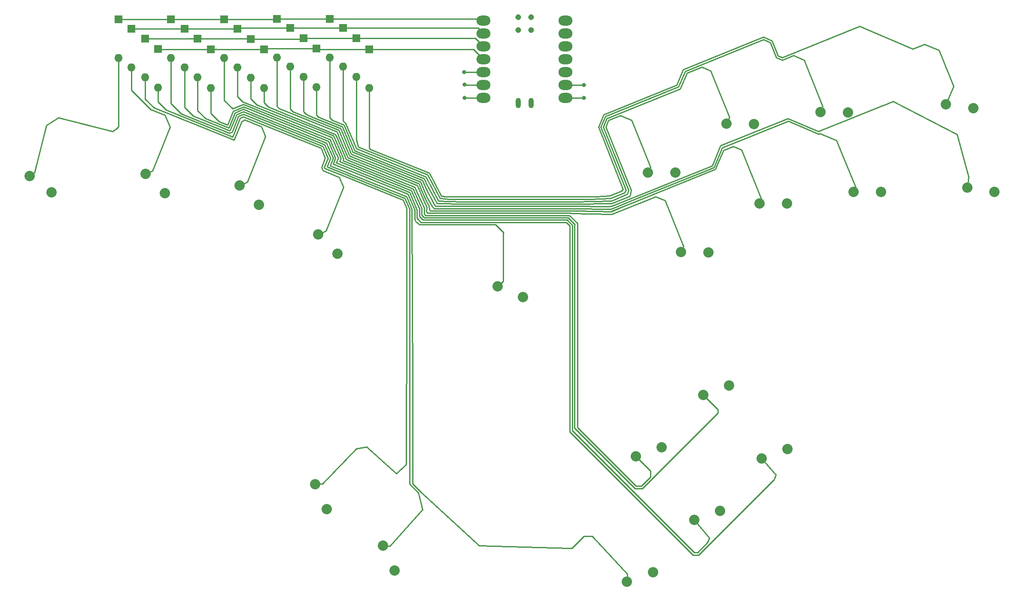
<source format=gbr>
%TF.GenerationSoftware,KiCad,Pcbnew,(6.0.4-0)*%
%TF.CreationDate,2022-08-03T16:22:01+02:00*%
%TF.ProjectId,ergosmash,6572676f-736d-4617-9368-2e6b69636164,rev?*%
%TF.SameCoordinates,Original*%
%TF.FileFunction,Copper,L1,Top*%
%TF.FilePolarity,Positive*%
%FSLAX46Y46*%
G04 Gerber Fmt 4.6, Leading zero omitted, Abs format (unit mm)*
G04 Created by KiCad (PCBNEW (6.0.4-0)) date 2022-08-03 16:22:01*
%MOMM*%
%LPD*%
G01*
G04 APERTURE LIST*
%TA.AperFunction,ComponentPad*%
%ADD10C,2.032000*%
%TD*%
%TA.AperFunction,ComponentPad*%
%ADD11R,1.600000X1.600000*%
%TD*%
%TA.AperFunction,ComponentPad*%
%ADD12O,1.600000X1.600000*%
%TD*%
%TA.AperFunction,SMDPad,CuDef*%
%ADD13O,2.748280X1.998980*%
%TD*%
%TA.AperFunction,SMDPad,CuDef*%
%ADD14O,1.016000X2.032000*%
%TD*%
%TA.AperFunction,SMDPad,CuDef*%
%ADD15C,1.143000*%
%TD*%
%TA.AperFunction,ViaPad*%
%ADD16C,0.800000*%
%TD*%
%TA.AperFunction,Conductor*%
%ADD17C,0.250000*%
%TD*%
G04 APERTURE END LIST*
D10*
%TO.P,SW20,1,1*%
%TO.N,col4*%
X233378405Y-57351696D03*
%TO.P,SW20,2,2*%
%TO.N,SW20*%
X228011869Y-56570486D03*
%TD*%
%TO.P,SW19,1,1*%
%TO.N,col4*%
X208664430Y-58149417D03*
%TO.P,SW19,2,2*%
%TO.N,SW19*%
X203241397Y-58122687D03*
%TD*%
%TO.P,SW18,1,1*%
%TO.N,col4*%
X190177010Y-60441853D03*
%TO.P,SW18,2,2*%
%TO.N,SW18*%
X184753977Y-60415123D03*
%TD*%
%TO.P,SW17,1,1*%
%TO.N,col4*%
X174648980Y-70059040D03*
%TO.P,SW17,2,2*%
%TO.N,SW17*%
X169225947Y-70032310D03*
%TD*%
%TO.P,SW16,1,1*%
%TO.N,col3*%
X237588107Y-73822531D03*
%TO.P,SW16,2,2*%
%TO.N,SW16*%
X232221571Y-73041321D03*
%TD*%
%TO.P,SW15,1,1*%
%TO.N,col3*%
X215218180Y-73836621D03*
%TO.P,SW15,2,2*%
%TO.N,SW15*%
X209795147Y-73809891D03*
%TD*%
%TO.P,SW14,1,1*%
%TO.N,col3*%
X196656239Y-76159167D03*
%TO.P,SW14,2,2*%
%TO.N,SW14*%
X191233206Y-76132437D03*
%TD*%
%TO.P,SW13,1,1*%
%TO.N,col3*%
X181202729Y-85746245D03*
%TO.P,SW13,2,2*%
%TO.N,SW13*%
X175779696Y-85719515D03*
%TD*%
%TO.P,SW12,1,1*%
%TO.N,col2*%
X171973818Y-124190514D03*
%TO.P,SW12,2,2*%
%TO.N,SW12*%
X166868692Y-126020183D03*
%TD*%
%TO.P,SW11,1,1*%
%TO.N,col2*%
X185244812Y-112029890D03*
%TO.P,SW11,2,2*%
%TO.N,SW11*%
X180139686Y-113859559D03*
%TD*%
%TO.P,SW10,1,1*%
%TO.N,col2*%
X183458857Y-136724230D03*
%TO.P,SW10,2,2*%
%TO.N,SW10*%
X178353731Y-138553899D03*
%TD*%
%TO.P,SW9,1,1*%
%TO.N,col2*%
X196729847Y-124563605D03*
%TO.P,SW9,2,2*%
%TO.N,SW9*%
X191624721Y-126393274D03*
%TD*%
%TO.P,SW8,1,1*%
%TO.N,col1*%
X144588470Y-94575535D03*
%TO.P,SW8,2,2*%
%TO.N,SW8*%
X139588470Y-92475535D03*
%TD*%
%TO.P,SW7,1,1*%
%TO.N,col1*%
X170210152Y-148864430D03*
%TO.P,SW7,2,2*%
%TO.N,SW7*%
X165105026Y-150694099D03*
%TD*%
%TO.P,SW6,1,1*%
%TO.N,col1*%
X119314872Y-148544527D03*
%TO.P,SW6,2,2*%
%TO.N,SW6*%
X117004323Y-143638270D03*
%TD*%
%TO.P,SW5,1,1*%
%TO.N,col1*%
X105896784Y-136441968D03*
%TO.P,SW5,2,2*%
%TO.N,SW5*%
X103586235Y-131535711D03*
%TD*%
%TO.P,SW4,1,1*%
%TO.N,col0*%
X108032969Y-86019543D03*
%TO.P,SW4,2,2*%
%TO.N,SW4*%
X104183724Y-82199424D03*
%TD*%
%TO.P,SW3,1,1*%
%TO.N,col0*%
X92551188Y-76359604D03*
%TO.P,SW3,2,2*%
%TO.N,SW3*%
X88701943Y-72539485D03*
%TD*%
%TO.P,SW2,1,1*%
%TO.N,col0*%
X74007940Y-74090701D03*
%TO.P,SW2,2,2*%
%TO.N,SW2*%
X70158695Y-70270582D03*
%TD*%
%TO.P,SW1,1,1*%
%TO.N,col0*%
X51633494Y-73953333D03*
%TO.P,SW1,2,2*%
%TO.N,SW1*%
X47290051Y-70706102D03*
%TD*%
D11*
%TO.P,D5,1,K*%
%TO.N,row0*%
X75200000Y-39851868D03*
D12*
%TO.P,D5,2,A*%
%TO.N,SW5*%
X75200000Y-47471868D03*
%TD*%
D11*
%TO.P,D1,1,K*%
%TO.N,row0*%
X64800000Y-39851866D03*
D12*
%TO.P,D1,2,A*%
%TO.N,SW1*%
X64800000Y-47471866D03*
%TD*%
D11*
%TO.P,D10,1,K*%
%TO.N,row1*%
X88300000Y-41661869D03*
D12*
%TO.P,D10,2,A*%
%TO.N,SW10*%
X88300000Y-49281869D03*
%TD*%
D11*
%TO.P,D8,1,K*%
%TO.N,row3*%
X83047150Y-45731868D03*
D12*
%TO.P,D8,2,A*%
%TO.N,SW8*%
X83047150Y-53351868D03*
%TD*%
D11*
%TO.P,D4,1,K*%
%TO.N,row3*%
X72600000Y-45661866D03*
D12*
%TO.P,D4,2,A*%
%TO.N,SW4*%
X72600000Y-53281866D03*
%TD*%
D11*
%TO.P,D13,1,K*%
%TO.N,row0*%
X96100000Y-39731864D03*
D12*
%TO.P,D13,2,A*%
%TO.N,SW13*%
X96100000Y-47351864D03*
%TD*%
D11*
%TO.P,D19,1,K*%
%TO.N,row2*%
X111700000Y-43541864D03*
D12*
%TO.P,D19,2,A*%
%TO.N,SW19*%
X111700000Y-51161864D03*
%TD*%
D11*
%TO.P,D16,1,K*%
%TO.N,row3*%
X103900000Y-45541866D03*
D12*
%TO.P,D16,2,A*%
%TO.N,SW16*%
X103900000Y-53161866D03*
%TD*%
D11*
%TO.P,D20,1,K*%
%TO.N,row3*%
X114300000Y-45731866D03*
D12*
%TO.P,D20,2,A*%
%TO.N,SW20*%
X114300000Y-53351866D03*
%TD*%
D11*
%TO.P,D18,1,K*%
%TO.N,row1*%
X109100000Y-41541865D03*
D12*
%TO.P,D18,2,A*%
%TO.N,SW18*%
X109100000Y-49161865D03*
%TD*%
D11*
%TO.P,D6,1,K*%
%TO.N,row1*%
X77847152Y-41661867D03*
D12*
%TO.P,D6,2,A*%
%TO.N,SW6*%
X77847152Y-49281867D03*
%TD*%
D11*
%TO.P,D17,1,K*%
%TO.N,row0*%
X106500000Y-39731868D03*
D12*
%TO.P,D17,2,A*%
%TO.N,SW17*%
X106500000Y-47351868D03*
%TD*%
D13*
%TO.P,U1,1,PA02_A0_D0*%
%TO.N,row0*%
X136807181Y-40042357D03*
%TO.P,U1,2,PA4_A1_D1*%
%TO.N,row1*%
X136807181Y-42582357D03*
%TO.P,U1,3,PA10_A2_D2*%
%TO.N,row2*%
X136807181Y-45122357D03*
%TO.P,U1,4,PA11_A3_D3*%
%TO.N,row3*%
X136807181Y-47662357D03*
%TO.P,U1,5,PA8_A4_D4_SDA*%
%TO.N,col0*%
X136807181Y-50202357D03*
%TO.P,U1,6,PA9_A5_D5_SCL*%
%TO.N,col1*%
X136807181Y-52742357D03*
%TO.P,U1,7,PB08_A6_D6_TX*%
%TO.N,col2*%
X136807181Y-55282357D03*
%TO.P,U1,8,PB09_A7_D7_RX*%
%TO.N,col3*%
X152971741Y-55282357D03*
%TO.P,U1,9,PA7_A8_D8_SCK*%
%TO.N,col4*%
X152971741Y-52742357D03*
%TO.P,U1,10,PA5_A9_D9_MISO*%
%TO.N,unconnected-(U1-Pad10)*%
X152971741Y-50202357D03*
%TO.P,U1,11,PA6_A10_D10_MOSI*%
%TO.N,unconnected-(U1-Pad11)*%
X152971741Y-47662357D03*
%TO.P,U1,12,3V3*%
%TO.N,unconnected-(U1-Pad12)*%
X152971741Y-45122357D03*
%TO.P,U1,13,GND*%
%TO.N,unconnected-(U1-Pad13)*%
X152971741Y-42582357D03*
%TO.P,U1,14,5V*%
%TO.N,unconnected-(U1-Pad14)*%
X152971741Y-40042357D03*
D14*
%TO.P,U1,15,5V*%
%TO.N,unconnected-(U1-Pad15)*%
X143674061Y-56360177D03*
%TO.P,U1,16,GND*%
%TO.N,unconnected-(U1-Pad16)*%
X146224061Y-56360177D03*
D15*
%TO.P,U1,17,PA31_SWDIO*%
%TO.N,unconnected-(U1-Pad17)*%
X143672864Y-39355990D03*
%TO.P,U1,18,PA30_SWCLK*%
%TO.N,unconnected-(U1-Pad18)*%
X146212864Y-39355990D03*
%TO.P,U1,19,RESET*%
%TO.N,unconnected-(U1-Pad19)*%
X143672864Y-41895990D03*
%TO.P,U1,20,GND*%
%TO.N,unconnected-(U1-Pad20)*%
X146212864Y-41895990D03*
%TD*%
D11*
%TO.P,D12,1,K*%
%TO.N,row3*%
X93500000Y-45731866D03*
D12*
%TO.P,D12,2,A*%
%TO.N,SW12*%
X93500000Y-53351866D03*
%TD*%
D11*
%TO.P,D2,1,K*%
%TO.N,row1*%
X67400000Y-41661866D03*
D12*
%TO.P,D2,2,A*%
%TO.N,SW2*%
X67400000Y-49281866D03*
%TD*%
D11*
%TO.P,D9,1,K*%
%TO.N,row0*%
X85700000Y-39851865D03*
D12*
%TO.P,D9,2,A*%
%TO.N,SW9*%
X85700000Y-47471865D03*
%TD*%
D11*
%TO.P,D14,1,K*%
%TO.N,row1*%
X98700000Y-41541865D03*
D12*
%TO.P,D14,2,A*%
%TO.N,SW14*%
X98700000Y-49161865D03*
%TD*%
D11*
%TO.P,D7,1,K*%
%TO.N,row2*%
X80447156Y-43661864D03*
D12*
%TO.P,D7,2,A*%
%TO.N,SW7*%
X80447156Y-51281864D03*
%TD*%
D11*
%TO.P,D15,1,K*%
%TO.N,row2*%
X101300000Y-43541867D03*
D12*
%TO.P,D15,2,A*%
%TO.N,SW15*%
X101300000Y-51161867D03*
%TD*%
D11*
%TO.P,D3,1,K*%
%TO.N,row2*%
X70100000Y-43661864D03*
D12*
%TO.P,D3,2,A*%
%TO.N,SW3*%
X70100000Y-51281864D03*
%TD*%
D11*
%TO.P,D11,1,K*%
%TO.N,row2*%
X90900000Y-43731868D03*
D12*
%TO.P,D11,2,A*%
%TO.N,SW11*%
X90900000Y-51351868D03*
%TD*%
D16*
%TO.N,col0*%
X132993543Y-50202355D03*
%TO.N,col1*%
X133084171Y-52692984D03*
%TO.N,col2*%
X133094797Y-55282355D03*
%TO.N,col3*%
X156617643Y-55282357D03*
%TO.N,col4*%
X156642357Y-52742357D03*
%TD*%
D17*
%TO.N,row0*%
X75199998Y-39851866D02*
X75200000Y-39851868D01*
X75200000Y-39851868D02*
X85699997Y-39851868D01*
X95979999Y-39851865D02*
X96100000Y-39731864D01*
X85700000Y-39851865D02*
X95979999Y-39851865D01*
X106499996Y-39731864D02*
X106500000Y-39731868D01*
X136496692Y-39731868D02*
X136807181Y-40042357D01*
X106500000Y-39731868D02*
X136496692Y-39731868D01*
X96100000Y-39731864D02*
X106499996Y-39731864D01*
X85699997Y-39851868D02*
X85700000Y-39851865D01*
X64800000Y-39851866D02*
X75199998Y-39851866D01*
%TO.N,SW1*%
X53008332Y-59226859D02*
X63681586Y-61888000D01*
X64800000Y-60991130D02*
X64395565Y-61395565D01*
X48225085Y-70144274D02*
X50583895Y-60683608D01*
X47290048Y-70706105D02*
X48225085Y-70144274D01*
X64800000Y-47471866D02*
X64800000Y-60991130D01*
X63681586Y-61888000D02*
X64395565Y-61395565D01*
X50583895Y-60683608D02*
X53008332Y-59226859D01*
%TO.N,row1*%
X109100000Y-41541865D02*
X98700000Y-41541865D01*
X77847152Y-41661867D02*
X67400000Y-41661866D01*
X77847154Y-41661869D02*
X77847152Y-41661867D01*
X88300000Y-41661869D02*
X77847154Y-41661869D01*
X98927152Y-41661870D02*
X99047151Y-41541865D01*
X109100000Y-41541865D02*
X135766689Y-41541865D01*
X98700000Y-41541865D02*
X88420004Y-41541865D01*
X135766689Y-41541865D02*
X136807181Y-42582357D01*
X88420004Y-41541865D02*
X88300000Y-41661869D01*
%TO.N,SW2*%
X67400000Y-49281866D02*
X67400000Y-53765280D01*
X74977742Y-61055190D02*
X71481311Y-69709164D01*
X67400000Y-53765280D02*
X71185834Y-57551114D01*
X71185834Y-57551114D02*
X73967384Y-58674932D01*
X71481311Y-69709164D02*
X70158693Y-70270584D01*
X73967384Y-58674932D02*
X74977742Y-61055190D01*
%TO.N,row2*%
X70100000Y-43661864D02*
X80447156Y-43661864D01*
X135226688Y-43541864D02*
X136807181Y-45122357D01*
X80447156Y-43661864D02*
X90829996Y-43661864D01*
X101300000Y-43541867D02*
X111699997Y-43541867D01*
X90829996Y-43661864D02*
X90900000Y-43731868D01*
X91477152Y-43661864D02*
X91547152Y-43731868D01*
X111700000Y-43541864D02*
X135226688Y-43541864D01*
X101109999Y-43731868D02*
X101300000Y-43541867D01*
X90900000Y-43731868D02*
X101109999Y-43731868D01*
X111699997Y-43541867D02*
X111700000Y-43541864D01*
%TO.N,SW3*%
X93822184Y-62921922D02*
X90191977Y-71907005D01*
X89097281Y-59934402D02*
X89748176Y-59658112D01*
X92993315Y-60969237D02*
X93822184Y-62921922D01*
X70100000Y-55538103D02*
X71836723Y-57274826D01*
X89748176Y-59658112D02*
X92993315Y-60969237D01*
X90191977Y-71907005D02*
X88701942Y-72539486D01*
X71836723Y-57274826D02*
X87598853Y-63643138D01*
X70100000Y-51281864D02*
X70100000Y-55538103D01*
X87598853Y-63643138D02*
X89097281Y-59934402D01*
%TO.N,row3*%
X114300000Y-45731866D02*
X104090000Y-45731866D01*
X83047150Y-45731868D02*
X72670002Y-45731868D01*
X134876690Y-45731866D02*
X136807181Y-47662357D01*
X103900000Y-45541866D02*
X93690000Y-45541866D01*
X93690000Y-45541866D02*
X93500000Y-45731866D01*
X113857152Y-45541865D02*
X114047150Y-45731866D01*
X103857147Y-45731862D02*
X104047151Y-45541866D01*
X104090000Y-45731866D02*
X103900000Y-45541866D01*
X93500000Y-45731866D02*
X83047152Y-45731866D01*
X72670002Y-45731868D02*
X72600000Y-45661866D01*
X83047152Y-45731866D02*
X83047150Y-45731868D01*
X83977152Y-45661867D02*
X84047150Y-45731868D01*
X136807181Y-47607181D02*
X136807181Y-47662357D01*
X114300000Y-45731866D02*
X134876690Y-45731866D01*
%TO.N,SW4*%
X105708728Y-81552100D02*
X104183724Y-82199426D01*
X109200369Y-72909985D02*
X105708728Y-81552100D01*
X105599286Y-67140912D02*
X104850072Y-68995279D01*
X104770420Y-65188226D02*
X105599286Y-67140912D01*
X87322566Y-62992242D02*
X88820993Y-59283504D01*
X74190577Y-57686579D02*
X87322566Y-62992242D01*
X72600000Y-53281866D02*
X72600000Y-56096002D01*
X108371503Y-70957296D02*
X109200369Y-72909985D01*
X72600000Y-56096002D02*
X74190577Y-57686579D01*
X104850072Y-68995279D02*
X105126361Y-69646174D01*
X88820993Y-59283504D02*
X89471887Y-59007219D01*
X89471887Y-59007219D02*
X104770420Y-65188226D01*
X105126361Y-69646174D02*
X108371503Y-70957296D01*
%TO.N,SW5*%
X105928212Y-67760352D02*
X105403760Y-69058412D01*
X86690818Y-62252177D02*
X87229053Y-62023707D01*
X121621737Y-77043553D02*
X121621736Y-110959576D01*
X87229053Y-62023707D02*
X88473956Y-58942472D01*
X105021108Y-131460514D02*
X103586235Y-131535713D01*
X108657629Y-70480914D02*
X120942987Y-75444518D01*
X105459017Y-69188590D02*
X108657629Y-70480914D01*
X88473956Y-58942472D02*
X89467638Y-58520677D01*
X105023153Y-131460515D02*
X105021108Y-131460514D01*
X119588470Y-129398094D02*
X113737023Y-124146646D01*
X105403760Y-69058412D02*
X105459017Y-69188590D01*
X111737021Y-124446645D02*
X105023153Y-131460515D01*
X121588472Y-112375536D02*
X121537020Y-127646645D01*
X121537020Y-127646645D02*
X119588470Y-129398094D01*
X89467638Y-58520677D02*
X105111452Y-64841187D01*
X77161326Y-58402013D02*
X86690818Y-62252177D01*
X121621736Y-110959576D02*
X121588472Y-112375536D01*
X113737023Y-124146646D02*
X111737021Y-124446645D01*
X105111452Y-64841187D02*
X106134174Y-67250571D01*
X75200000Y-47471868D02*
X75200000Y-56440687D01*
X120942987Y-75444518D02*
X121621737Y-77043553D01*
X75200000Y-56440687D02*
X77161326Y-58402013D01*
X106134174Y-67250571D02*
X105928212Y-67760352D01*
%TO.N,SW6*%
X106620712Y-67246327D02*
X106588070Y-67327113D01*
X106588070Y-67327113D02*
X105984020Y-68822196D01*
X88126917Y-58601442D02*
X89463394Y-58034144D01*
X107330668Y-69459960D02*
X121284022Y-75097483D01*
X77847152Y-57188492D02*
X79534787Y-58876127D01*
X122237022Y-131446644D02*
X124037020Y-133246644D01*
X79534787Y-58876127D02*
X86686569Y-61765638D01*
X122196227Y-131405852D02*
X122237022Y-131446644D01*
X116905942Y-143732166D02*
X118340812Y-143656967D01*
X105984020Y-68822196D02*
X106032019Y-68935272D01*
X86686569Y-61765638D02*
X86882020Y-61682676D01*
X121284022Y-75097483D02*
X122196229Y-77246506D01*
X124783696Y-136497145D02*
X124070677Y-133702126D01*
X89463394Y-58034144D02*
X90062760Y-58276299D01*
X90062760Y-58276299D02*
X105452486Y-64494154D01*
X105452486Y-64494154D02*
X106620712Y-67246327D01*
X124037020Y-133246644D02*
X124037021Y-133546645D01*
X106032019Y-68935272D02*
X107330668Y-69459960D01*
X122196229Y-77246506D02*
X122196227Y-131405852D01*
X77847152Y-49281867D02*
X77847152Y-57188492D01*
X86882020Y-61682676D02*
X88126917Y-58601442D01*
X118340812Y-143656967D02*
X124783696Y-136497145D01*
%TO.N,SW7*%
X154237021Y-144146644D02*
X156637022Y-141746644D01*
X156637022Y-141746644D02*
X158257174Y-141746647D01*
X91158333Y-58234117D02*
X105853462Y-64171333D01*
X153737022Y-144146646D02*
X154237021Y-144146644D01*
X107131470Y-67182138D02*
X106536661Y-68654341D01*
X122682769Y-77242261D02*
X122862745Y-112259974D01*
X124454881Y-133028786D02*
X135937022Y-143646646D01*
X86552710Y-61226734D02*
X86587349Y-61212032D01*
X80447156Y-51281864D02*
X80447156Y-57829681D01*
X105853462Y-64171333D02*
X107131470Y-67182138D01*
X87779878Y-58260412D02*
X89459146Y-57547602D01*
X80447156Y-57829681D02*
X82008039Y-59390564D01*
X121625056Y-74750443D02*
X122682769Y-77242261D01*
X158580577Y-142070047D02*
X165132001Y-149219670D01*
X122862745Y-112259974D02*
X122862746Y-131436652D01*
X165132001Y-149219670D02*
X165069325Y-150655140D01*
X122862746Y-131436652D02*
X124454881Y-133028786D01*
X158257174Y-141746647D02*
X158580577Y-142070047D01*
X106536661Y-68654341D02*
X121625056Y-74750443D01*
X135937022Y-143646646D02*
X153737022Y-144146646D01*
X86587349Y-61212032D02*
X87779878Y-58260412D01*
X89459146Y-57547602D02*
X91158333Y-58234117D01*
X82008039Y-59390564D02*
X86552710Y-61226734D01*
%TO.N,SW8*%
X86328986Y-60651519D02*
X84633916Y-59966662D01*
X83047150Y-58379896D02*
X84633916Y-59966662D01*
X123225093Y-77369442D02*
X121910649Y-74272808D01*
X87432845Y-57919376D02*
X86328986Y-60651519D01*
X140674211Y-81989796D02*
X140788473Y-81875535D01*
X89454900Y-57061067D02*
X87432845Y-57919376D01*
X140788473Y-81875535D02*
X139188470Y-80275534D01*
X140674212Y-91479221D02*
X140674211Y-81989796D01*
X89800181Y-57200566D02*
X89454900Y-57061067D01*
X123437021Y-79648882D02*
X123237020Y-79148882D01*
X139658212Y-92495221D02*
X140674212Y-91479221D01*
X106194494Y-63824297D02*
X89800181Y-57200566D01*
X83047150Y-53351868D02*
X83047150Y-58379896D01*
X107618010Y-67177892D02*
X106194494Y-63824297D01*
X123237020Y-79148882D02*
X123225093Y-77369442D01*
X121910649Y-74272808D02*
X107159423Y-68312927D01*
X124188472Y-80275534D02*
X123437021Y-79648882D01*
X107159423Y-68312927D02*
X107618010Y-67177892D01*
X139188470Y-80275534D02*
X124188472Y-80275534D01*
%TO.N,SW9*%
X153116394Y-79826013D02*
X153837020Y-80546645D01*
X106681034Y-63820053D02*
X107760493Y-66363103D01*
X179237021Y-145446646D02*
X194137020Y-130546646D01*
X178137021Y-145446645D02*
X179237021Y-145446646D01*
X124037020Y-79348882D02*
X124437021Y-79826015D01*
X124437021Y-79826015D02*
X153116394Y-79826013D01*
X122251681Y-73925774D02*
X122946162Y-75561860D01*
X107821790Y-66387869D02*
X108153338Y-67168941D01*
X153837020Y-80546645D02*
X153837022Y-121146645D01*
X85700000Y-47471865D02*
X85700000Y-55795300D01*
X85700000Y-55795300D02*
X87364672Y-57459972D01*
X153837022Y-121146645D02*
X178137021Y-145446645D01*
X89450657Y-56574529D02*
X106535524Y-63477262D01*
X106535524Y-63477262D02*
X106681034Y-63820053D01*
X87364672Y-57459972D02*
X89450657Y-56574529D01*
X107760493Y-66363103D02*
X107821790Y-66387869D01*
X122946162Y-75561860D02*
X123714902Y-77372904D01*
X123714902Y-77372904D02*
X123714903Y-79024526D01*
X108153338Y-67168941D02*
X107784913Y-68080818D01*
X194437019Y-129646644D02*
X191624722Y-126393275D01*
X123714903Y-79024526D02*
X124037020Y-79348882D01*
X194137020Y-130546646D02*
X194437019Y-129646644D01*
X107784913Y-68080818D02*
X122251681Y-73925774D01*
%TO.N,SW10*%
X123663860Y-76102204D02*
X122592714Y-73578735D01*
X107087391Y-63626911D02*
X106876560Y-63130227D01*
X108667766Y-67230411D02*
X107148686Y-63651678D01*
X178353728Y-138553898D02*
X181337022Y-142046644D01*
X154337020Y-120946645D02*
X154337023Y-80410927D01*
X181337022Y-142046644D02*
X181037023Y-142946644D01*
X154337023Y-80410927D02*
X153302588Y-79376495D01*
X124164424Y-77146644D02*
X123663860Y-76102204D01*
X179050824Y-144997123D02*
X178387500Y-144997124D01*
X107148686Y-63651678D02*
X107087391Y-63626911D01*
X178387500Y-144997124D02*
X154337020Y-120946645D01*
X153302588Y-79376495D02*
X124866870Y-79376494D01*
X122592714Y-73578735D02*
X108416898Y-67851335D01*
X124164422Y-78674048D02*
X124164424Y-77146644D01*
X88300000Y-55017779D02*
X89318552Y-56036331D01*
X88300000Y-49281869D02*
X88300000Y-55017779D01*
X106876560Y-63130227D02*
X89318552Y-56036331D01*
X108416898Y-67851335D02*
X108667766Y-67230411D01*
X124866870Y-79376494D02*
X124164422Y-78674048D01*
X181037023Y-142946644D02*
X179050824Y-144997123D01*
%TO.N,SW11*%
X107424396Y-63150750D02*
X109182200Y-67291877D01*
X90900000Y-55471730D02*
X92105970Y-56677700D01*
X166686540Y-132346645D02*
X168137021Y-132346644D01*
X154837022Y-80246646D02*
X154786543Y-80297126D01*
X183037021Y-116756894D02*
X180139687Y-113859561D01*
X107217595Y-62783194D02*
X107363098Y-63125983D01*
X109080518Y-67543550D02*
X109127186Y-67653485D01*
X90900000Y-51351868D02*
X90900000Y-55471730D01*
X168137021Y-132346644D02*
X183037021Y-117446645D01*
X109127186Y-67653485D02*
X122933746Y-73231702D01*
X124637021Y-77046644D02*
X124637022Y-78446646D01*
X154786543Y-80297126D02*
X154786542Y-120446644D01*
X109182200Y-67291877D02*
X109080518Y-67543550D01*
X125117351Y-78926976D02*
X153517350Y-78926975D01*
X107363098Y-63125983D02*
X107424396Y-63150750D01*
X92105970Y-56677700D02*
X107217595Y-62783194D01*
X183037021Y-117446645D02*
X183037021Y-116756894D01*
X153517350Y-78926975D02*
X154837022Y-80246646D01*
X123331667Y-74169146D02*
X123660689Y-74944269D01*
X124637022Y-78446646D02*
X125117351Y-78926976D01*
X154786542Y-120446644D02*
X166686540Y-132346645D01*
X123660689Y-74944269D02*
X124637021Y-77046644D01*
X122933746Y-73231702D02*
X123331667Y-74169146D01*
%TO.N,SW12*%
X107910935Y-63146504D02*
X109719889Y-67408130D01*
X153767830Y-78477455D02*
X155337021Y-80046644D01*
X110329896Y-67654591D02*
X123274779Y-72884666D01*
X93500000Y-53351866D02*
X93500000Y-56235031D01*
X166822260Y-131846645D02*
X167937022Y-131846643D01*
X123773082Y-74058595D02*
X125086541Y-76946647D01*
X169737020Y-130046645D02*
X169737022Y-128888509D01*
X123274779Y-72884666D02*
X123773082Y-74058595D01*
X93500000Y-56235031D02*
X94374317Y-57109348D01*
X107619923Y-62460919D02*
X107910935Y-63146504D01*
X155337021Y-80046644D02*
X155337021Y-120361407D01*
X155337021Y-120361407D02*
X166822260Y-131846645D01*
X169737022Y-128888509D02*
X166868695Y-126020183D01*
X94374317Y-57109348D02*
X107619923Y-62460919D01*
X167937022Y-131846643D02*
X169737020Y-130046645D01*
X125086542Y-78196165D02*
X125367830Y-78477454D01*
X109719889Y-67408130D02*
X110329896Y-67654591D01*
X125086541Y-76946647D02*
X125086542Y-78196165D01*
X125367830Y-78477454D02*
X153767830Y-78477455D01*
%TO.N,SW13*%
X96547152Y-57414194D02*
X107915761Y-62007410D01*
X125816074Y-78027935D02*
X153954027Y-78027935D01*
X162151639Y-78238700D02*
X170774449Y-74754858D01*
X107915761Y-62007410D02*
X108471504Y-63316661D01*
X96100000Y-47351864D02*
X96100000Y-56967042D01*
X110060922Y-67061096D02*
X123720990Y-72580124D01*
X125537020Y-77748882D02*
X125816074Y-78027935D01*
X123720990Y-72580124D02*
X125169397Y-75970866D01*
X125593662Y-76789401D02*
X125537020Y-77748882D01*
X176258586Y-84591320D02*
X175779696Y-85719515D01*
X170774449Y-74754858D02*
X172596956Y-75528467D01*
X153954027Y-78027935D02*
X153970719Y-78069248D01*
X125169397Y-75970866D02*
X125593662Y-76789401D01*
X108471504Y-63316661D02*
X110060922Y-67061096D01*
X96100000Y-56967042D02*
X96547152Y-57414194D01*
X153970719Y-78069248D02*
X162151639Y-78238700D01*
X172596956Y-75528467D02*
X176258586Y-84591320D01*
%TO.N,SW14*%
X182559800Y-69378920D02*
X184131700Y-65675757D01*
X126032570Y-76548882D02*
X126137020Y-77348882D01*
X154166553Y-77578415D02*
X155155380Y-77614061D01*
X108265149Y-61663748D02*
X110410312Y-66717435D01*
X184131700Y-65675757D02*
X186078786Y-64889083D01*
X125555321Y-75729997D02*
X126032570Y-76548882D01*
X187718443Y-65585077D02*
X191615744Y-75231235D01*
X162057055Y-77737647D02*
X164152736Y-76837343D01*
X164163745Y-76811409D02*
X182559800Y-69378920D01*
X99178746Y-57992604D02*
X108265149Y-61663748D01*
X110410312Y-66717435D02*
X124063952Y-72233865D01*
X164152736Y-76837343D02*
X164163745Y-76811409D01*
X98700000Y-49161865D02*
X98700000Y-57513858D01*
X155427256Y-77612069D02*
X162057055Y-77737647D01*
X126637021Y-77578415D02*
X154166553Y-77578415D01*
X191615744Y-75231235D02*
X191233206Y-76132437D01*
X98700000Y-57513858D02*
X99178746Y-57992604D01*
X155155380Y-77614061D02*
X155427256Y-77612069D01*
X124063952Y-72233865D02*
X124388707Y-72998937D01*
X126137020Y-77348882D02*
X126337021Y-77548882D01*
X162048871Y-77687360D02*
X164152736Y-76837343D01*
X124388707Y-72998937D02*
X125555321Y-75729997D01*
X126337021Y-77548882D02*
X126637021Y-77578415D01*
X186078786Y-64889083D02*
X187718443Y-65585077D01*
%TO.N,SW15*%
X101837021Y-58543545D02*
X102715493Y-58936719D01*
X208337463Y-68422401D02*
X208370829Y-68436564D01*
X126637020Y-76648882D02*
X127037020Y-77128895D01*
X196872985Y-59896227D02*
X202845040Y-62431213D01*
X101300000Y-58006524D02*
X101837021Y-58543545D01*
X110996662Y-66469514D02*
X124404985Y-71886827D01*
X108945766Y-62116723D02*
X110751344Y-66370399D01*
X125663602Y-74839162D02*
X126637020Y-76648882D01*
X161962470Y-77236595D02*
X167321226Y-75017072D01*
X102715493Y-58936719D02*
X108606180Y-61316712D01*
X124550490Y-72229619D02*
X124802245Y-72822716D01*
X124802245Y-72822716D02*
X125663602Y-74839162D01*
X167321226Y-75017072D02*
X182236089Y-68991076D01*
X108606180Y-61316712D02*
X108945766Y-62116723D01*
X208370829Y-68436564D02*
X210177685Y-72908690D01*
X203190319Y-62291712D02*
X206413229Y-63659756D01*
X183865927Y-65151419D02*
X196872985Y-59896227D01*
X127037020Y-77128895D02*
X154352751Y-77128895D01*
X202845040Y-62431213D02*
X203190319Y-62291712D01*
X206413229Y-63659756D02*
X208337463Y-68422401D01*
X124404985Y-71886827D02*
X124550490Y-72229619D01*
X101300000Y-51161867D02*
X101300000Y-58006524D01*
X110751344Y-66370399D02*
X110996662Y-66469514D01*
X182236089Y-68991076D02*
X183865927Y-65151419D01*
X210177685Y-72908690D02*
X209795147Y-73809892D01*
X154352751Y-77128895D02*
X161962470Y-77236595D01*
%TO.N,SW16*%
X181895056Y-68644040D02*
X183552788Y-64738668D01*
X111257773Y-66090187D02*
X124748465Y-71540780D01*
X215502172Y-56791539D02*
X217541976Y-55967404D01*
X154538949Y-76679375D02*
X161013756Y-76757072D01*
X127337021Y-76648882D02*
X129098282Y-76679374D01*
X125107541Y-72386710D02*
X125106896Y-72388304D01*
X202849286Y-61944675D02*
X215481146Y-56841072D01*
X111092378Y-66023362D02*
X111257773Y-66090187D01*
X183552788Y-64738668D02*
X196811517Y-59381794D01*
X103900000Y-58720973D02*
X104251517Y-59072490D01*
X125327928Y-72909020D02*
X125355164Y-72972782D01*
X162146040Y-76623160D02*
X181895056Y-68644040D01*
X125106896Y-72388304D02*
X125327928Y-72909020D01*
X232504970Y-70845537D02*
X232221571Y-73041321D01*
X129098282Y-76679374D02*
X154538949Y-76679375D01*
X230210537Y-62497149D02*
X232504970Y-70845537D01*
X124748465Y-71540780D02*
X125107541Y-72386710D01*
X125355164Y-72972782D02*
X126937020Y-76148882D01*
X104738255Y-59269144D02*
X108947213Y-60969675D01*
X196811517Y-59381794D02*
X202849286Y-61944675D01*
X108947213Y-60969675D02*
X109691098Y-62722155D01*
X215481146Y-56841072D02*
X215502172Y-56791539D01*
X104237021Y-59048882D02*
X104738255Y-59269144D01*
X109691098Y-62722155D02*
X111092378Y-66023362D01*
X217541976Y-55967404D02*
X230210537Y-62497149D01*
X161422090Y-76699948D02*
X162146040Y-76623160D01*
X103900000Y-53161866D02*
X103900000Y-58720973D01*
X161013756Y-76757072D02*
X161422090Y-76699948D01*
X126937020Y-76148882D02*
X127337021Y-76648882D01*
%TO.N,SW17*%
X161474743Y-59745679D02*
X163792703Y-58809163D01*
X109288245Y-60622637D02*
X109552305Y-61244724D01*
X163792703Y-58809163D02*
X166005746Y-59748544D01*
X111433409Y-65676325D02*
X125089497Y-71193743D01*
X125521327Y-72211068D02*
X127637020Y-76148882D01*
X165667472Y-74661142D02*
X165941894Y-73471733D01*
X160922166Y-61047470D02*
X161474743Y-59745679D01*
X165941894Y-73471733D02*
X160922166Y-61047470D01*
X106500000Y-59174782D02*
X107039170Y-59713952D01*
X133237021Y-76229855D02*
X154708077Y-76229855D01*
X109552305Y-61244724D02*
X111433409Y-65676325D01*
X169704837Y-68904115D02*
X169225947Y-70032311D01*
X154708077Y-76229855D02*
X162051455Y-76122107D01*
X162051455Y-76122107D02*
X165667472Y-74661142D01*
X106500000Y-47351868D02*
X106500000Y-59174782D01*
X127637020Y-76148882D02*
X133237021Y-76229855D01*
X107039170Y-59713952D02*
X109288245Y-60622637D01*
X125089497Y-71193743D02*
X125521327Y-72211068D01*
X166005746Y-59748544D02*
X169704837Y-68904115D01*
%TO.N,SW18*%
X181615817Y-49935728D02*
X185315395Y-59092506D01*
X165200000Y-74300000D02*
X165400000Y-73500000D01*
X179859245Y-49190107D02*
X181615817Y-49935728D01*
X161133711Y-59398642D02*
X175584981Y-53559950D01*
X176892257Y-50388849D02*
X179859245Y-49190107D01*
X109100000Y-59784756D02*
X109657622Y-60342378D01*
X128237021Y-75648882D02*
X129541677Y-75726855D01*
X175566071Y-53513146D02*
X176892257Y-50388849D01*
X109657622Y-60342378D02*
X111774441Y-65329288D01*
X165400000Y-73500000D02*
X162565714Y-66315374D01*
X129541677Y-75726855D02*
X133240272Y-75780335D01*
X125430528Y-70846706D02*
X127937021Y-75648882D01*
X160435627Y-61043223D02*
X161133711Y-59398642D01*
X111774441Y-65329288D02*
X125430528Y-70846706D01*
X175584981Y-53559950D02*
X175566071Y-53513146D01*
X154704770Y-75780335D02*
X162000000Y-75600000D01*
X185315395Y-59092506D02*
X184753978Y-60415124D01*
X133240272Y-75780335D02*
X154704770Y-75780335D01*
X109100000Y-49161865D02*
X109100000Y-59784756D01*
X162565714Y-66315374D02*
X160435627Y-61043223D01*
X162000000Y-75600000D02*
X165200000Y-74300000D01*
X127937021Y-75648882D02*
X128237021Y-75648882D01*
%TO.N,SW19*%
X111700000Y-63500000D02*
X112100000Y-64900000D01*
X195713090Y-47853851D02*
X197938332Y-46954796D01*
X175252932Y-53100395D02*
X176551225Y-50041811D01*
X160848467Y-58920176D02*
X175252932Y-53100395D01*
X160668105Y-62818606D02*
X159949089Y-61038978D01*
X132232855Y-75253048D02*
X157845170Y-75253048D01*
X157845170Y-75253048D02*
X161862104Y-75100000D01*
X111700000Y-51161864D02*
X111700000Y-63500000D01*
X125771561Y-70499668D02*
X128237021Y-75148882D01*
X128237021Y-75148882D02*
X130137021Y-75248882D01*
X164900000Y-73500000D02*
X160668105Y-62818606D01*
X159949089Y-61038978D02*
X160848467Y-58920176D01*
X112115475Y-64982251D02*
X125771561Y-70499668D01*
X130137021Y-75248882D02*
X132232855Y-75253048D01*
X193342738Y-44389543D02*
X194541479Y-47356532D01*
X200021196Y-47838919D02*
X203720288Y-56994492D01*
X161862104Y-75100000D02*
X164600000Y-74000000D01*
X194541479Y-47356532D02*
X195713090Y-47853851D01*
X197938332Y-46954796D02*
X200021196Y-47838919D01*
X164600000Y-74000000D02*
X164900000Y-73500000D01*
X176551225Y-50041811D02*
X191976483Y-43809603D01*
X191976483Y-43809603D02*
X193342738Y-44389543D01*
X203720288Y-56994492D02*
X203241397Y-58122687D01*
%TO.N,SW20*%
X226643440Y-45926819D02*
X229513997Y-53031696D01*
X129537021Y-74748882D02*
X130028462Y-74757441D01*
X194888516Y-47015499D02*
X195717337Y-47367313D01*
X114537020Y-65448882D02*
X126112594Y-70152632D01*
X164000000Y-73700000D02*
X164300000Y-73300000D01*
X159462550Y-61034732D02*
X160507435Y-58573139D01*
X161700000Y-74600000D02*
X164000000Y-73700000D01*
X160064600Y-62524857D02*
X159462550Y-61034732D01*
X210982753Y-41199684D02*
X221461542Y-45647666D01*
X159046221Y-74757441D02*
X161700000Y-74600000D01*
X164300000Y-73300000D02*
X160064600Y-62524857D01*
X229513997Y-53031696D02*
X228011869Y-56570487D01*
X126112594Y-70152632D02*
X128537021Y-74701587D01*
X130028462Y-74757441D02*
X159046221Y-74757441D01*
X176210192Y-49694774D02*
X191980729Y-43323064D01*
X174911899Y-52753358D02*
X176210192Y-49694774D01*
X195717337Y-47367313D02*
X210982753Y-41199684D01*
X223779501Y-44711149D02*
X226643440Y-45926819D01*
X221461542Y-45647666D02*
X223779501Y-44711149D01*
X114300000Y-65211862D02*
X114537020Y-65448882D01*
X193689775Y-44048511D02*
X194888516Y-47015499D01*
X114300000Y-53351866D02*
X114300000Y-65211862D01*
X160507435Y-58573139D02*
X174911899Y-52753358D01*
X191980729Y-43323064D02*
X193689775Y-44048511D01*
X128537021Y-74701587D02*
X129537021Y-74748882D01*
%TO.N,col0*%
X132993543Y-50202355D02*
X132984169Y-50192984D01*
X136807181Y-50202357D02*
X132993545Y-50202357D01*
X132993545Y-50202357D02*
X132993543Y-50202355D01*
%TO.N,col1*%
X133133544Y-52742357D02*
X133084171Y-52692984D01*
X136807181Y-52742357D02*
X133133544Y-52742357D01*
X133133543Y-52742355D02*
X133084171Y-52692984D01*
%TO.N,col2*%
X136807181Y-55282357D02*
X133094799Y-55282357D01*
X133094799Y-55282357D02*
X133094797Y-55282355D01*
%TO.N,col3*%
X152971741Y-55282357D02*
X156617643Y-55282357D01*
%TO.N,col4*%
X152971741Y-52742357D02*
X156642357Y-52742357D01*
%TD*%
M02*

</source>
